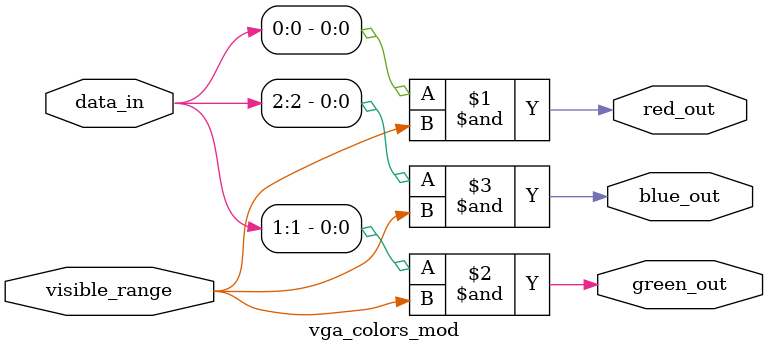
<source format=v>
module vga_colors_mod 
(
	output wire red_out,
	output wire green_out,
	output wire blue_out,
	input wire visible_range,
	input wire [2:0] data_in
);

// continuous assignments of ib dataout
// make sure to only show if in visible range
assign red_out   = (data_in[0] & visible_range);
assign green_out = (data_in[1] & visible_range);
assign blue_out  = (data_in[2] & visible_range);

endmodule


</source>
